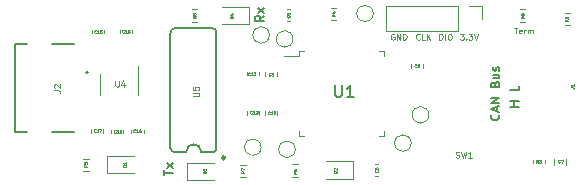
<source format=gbr>
%TF.GenerationSoftware,KiCad,Pcbnew,(5.1.8-0-10_14)*%
%TF.CreationDate,2021-04-16T18:19:52+02:00*%
%TF.ProjectId,SimpleCANAdapter,53696d70-6c65-4434-914e-416461707465,rev?*%
%TF.SameCoordinates,Original*%
%TF.FileFunction,Legend,Top*%
%TF.FilePolarity,Positive*%
%FSLAX46Y46*%
G04 Gerber Fmt 4.6, Leading zero omitted, Abs format (unit mm)*
G04 Created by KiCad (PCBNEW (5.1.8-0-10_14)) date 2021-04-16 18:19:52*
%MOMM*%
%LPD*%
G01*
G04 APERTURE LIST*
%ADD10C,0.150000*%
%ADD11C,0.100000*%
%ADD12C,0.140000*%
%ADD13C,0.120000*%
%ADD14C,0.127000*%
%ADD15C,0.200000*%
%ADD16C,0.203200*%
%ADD17C,0.254000*%
%ADD18C,0.125000*%
%ADD19C,0.062500*%
G04 APERTURE END LIST*
D10*
X107857857Y-91065714D02*
X107893571Y-91101428D01*
X107929285Y-91208571D01*
X107929285Y-91280000D01*
X107893571Y-91387142D01*
X107822142Y-91458571D01*
X107750714Y-91494285D01*
X107607857Y-91530000D01*
X107500714Y-91530000D01*
X107357857Y-91494285D01*
X107286428Y-91458571D01*
X107215000Y-91387142D01*
X107179285Y-91280000D01*
X107179285Y-91208571D01*
X107215000Y-91101428D01*
X107250714Y-91065714D01*
X107715000Y-90780000D02*
X107715000Y-90422857D01*
X107929285Y-90851428D02*
X107179285Y-90601428D01*
X107929285Y-90351428D01*
X107929285Y-90101428D02*
X107179285Y-90101428D01*
X107929285Y-89672857D01*
X107179285Y-89672857D01*
X107536428Y-88494285D02*
X107572142Y-88387142D01*
X107607857Y-88351428D01*
X107679285Y-88315714D01*
X107786428Y-88315714D01*
X107857857Y-88351428D01*
X107893571Y-88387142D01*
X107929285Y-88458571D01*
X107929285Y-88744285D01*
X107179285Y-88744285D01*
X107179285Y-88494285D01*
X107215000Y-88422857D01*
X107250714Y-88387142D01*
X107322142Y-88351428D01*
X107393571Y-88351428D01*
X107465000Y-88387142D01*
X107500714Y-88422857D01*
X107536428Y-88494285D01*
X107536428Y-88744285D01*
X107429285Y-87672857D02*
X107929285Y-87672857D01*
X107429285Y-87994285D02*
X107822142Y-87994285D01*
X107893571Y-87958571D01*
X107929285Y-87887142D01*
X107929285Y-87780000D01*
X107893571Y-87708571D01*
X107857857Y-87672857D01*
X107893571Y-87351428D02*
X107929285Y-87280000D01*
X107929285Y-87137142D01*
X107893571Y-87065714D01*
X107822142Y-87030000D01*
X107786428Y-87030000D01*
X107715000Y-87065714D01*
X107679285Y-87137142D01*
X107679285Y-87244285D01*
X107643571Y-87315714D01*
X107572142Y-87351428D01*
X107536428Y-87351428D01*
X107465000Y-87315714D01*
X107429285Y-87244285D01*
X107429285Y-87137142D01*
X107465000Y-87065714D01*
D11*
X101192380Y-84668571D02*
X101168571Y-84692380D01*
X101097142Y-84716190D01*
X101049523Y-84716190D01*
X100978095Y-84692380D01*
X100930476Y-84644761D01*
X100906666Y-84597142D01*
X100882857Y-84501904D01*
X100882857Y-84430476D01*
X100906666Y-84335238D01*
X100930476Y-84287619D01*
X100978095Y-84240000D01*
X101049523Y-84216190D01*
X101097142Y-84216190D01*
X101168571Y-84240000D01*
X101192380Y-84263809D01*
X101644761Y-84716190D02*
X101406666Y-84716190D01*
X101406666Y-84216190D01*
X101811428Y-84716190D02*
X101811428Y-84216190D01*
X102097142Y-84716190D02*
X101882857Y-84430476D01*
X102097142Y-84216190D02*
X101811428Y-84501904D01*
X102848095Y-84716190D02*
X102848095Y-84216190D01*
X102967142Y-84216190D01*
X103038571Y-84240000D01*
X103086190Y-84287619D01*
X103110000Y-84335238D01*
X103133809Y-84430476D01*
X103133809Y-84501904D01*
X103110000Y-84597142D01*
X103086190Y-84644761D01*
X103038571Y-84692380D01*
X102967142Y-84716190D01*
X102848095Y-84716190D01*
X103348095Y-84716190D02*
X103348095Y-84216190D01*
X103681428Y-84216190D02*
X103776666Y-84216190D01*
X103824285Y-84240000D01*
X103871904Y-84287619D01*
X103895714Y-84382857D01*
X103895714Y-84549523D01*
X103871904Y-84644761D01*
X103824285Y-84692380D01*
X103776666Y-84716190D01*
X103681428Y-84716190D01*
X103633809Y-84692380D01*
X103586190Y-84644761D01*
X103562380Y-84549523D01*
X103562380Y-84382857D01*
X103586190Y-84287619D01*
X103633809Y-84240000D01*
X103681428Y-84216190D01*
X109154761Y-83686190D02*
X109440476Y-83686190D01*
X109297619Y-84186190D02*
X109297619Y-83686190D01*
X109797619Y-84162380D02*
X109750000Y-84186190D01*
X109654761Y-84186190D01*
X109607142Y-84162380D01*
X109583333Y-84114761D01*
X109583333Y-83924285D01*
X109607142Y-83876666D01*
X109654761Y-83852857D01*
X109750000Y-83852857D01*
X109797619Y-83876666D01*
X109821428Y-83924285D01*
X109821428Y-83971904D01*
X109583333Y-84019523D01*
X110035714Y-84186190D02*
X110035714Y-83852857D01*
X110035714Y-83948095D02*
X110059523Y-83900476D01*
X110083333Y-83876666D01*
X110130952Y-83852857D01*
X110178571Y-83852857D01*
X110345238Y-84186190D02*
X110345238Y-83852857D01*
X110345238Y-83900476D02*
X110369047Y-83876666D01*
X110416666Y-83852857D01*
X110488095Y-83852857D01*
X110535714Y-83876666D01*
X110559523Y-83924285D01*
X110559523Y-84186190D01*
X110559523Y-83924285D02*
X110583333Y-83876666D01*
X110630952Y-83852857D01*
X110702380Y-83852857D01*
X110750000Y-83876666D01*
X110773809Y-83924285D01*
X110773809Y-84186190D01*
D10*
X109579285Y-90374285D02*
X108829285Y-90374285D01*
X109186428Y-90374285D02*
X109186428Y-89945714D01*
X109579285Y-89945714D02*
X108829285Y-89945714D01*
D12*
X109569285Y-88597857D02*
X109569285Y-88955000D01*
X108819285Y-88955000D01*
D10*
X88009285Y-82671428D02*
X87652142Y-82921428D01*
X88009285Y-83100000D02*
X87259285Y-83100000D01*
X87259285Y-82814285D01*
X87295000Y-82742857D01*
X87330714Y-82707142D01*
X87402142Y-82671428D01*
X87509285Y-82671428D01*
X87580714Y-82707142D01*
X87616428Y-82742857D01*
X87652142Y-82814285D01*
X87652142Y-83100000D01*
X88009285Y-82421428D02*
X87509285Y-82028571D01*
X87509285Y-82421428D02*
X88009285Y-82028571D01*
X79519285Y-96177857D02*
X79519285Y-95749285D01*
X80269285Y-95963571D02*
X79519285Y-95963571D01*
X80269285Y-95570714D02*
X79769285Y-95177857D01*
X79769285Y-95570714D02*
X80269285Y-95177857D01*
D11*
X104611904Y-84216190D02*
X104921428Y-84216190D01*
X104754761Y-84406666D01*
X104826190Y-84406666D01*
X104873809Y-84430476D01*
X104897619Y-84454285D01*
X104921428Y-84501904D01*
X104921428Y-84620952D01*
X104897619Y-84668571D01*
X104873809Y-84692380D01*
X104826190Y-84716190D01*
X104683333Y-84716190D01*
X104635714Y-84692380D01*
X104611904Y-84668571D01*
X105135714Y-84668571D02*
X105159523Y-84692380D01*
X105135714Y-84716190D01*
X105111904Y-84692380D01*
X105135714Y-84668571D01*
X105135714Y-84716190D01*
X105326190Y-84216190D02*
X105635714Y-84216190D01*
X105469047Y-84406666D01*
X105540476Y-84406666D01*
X105588095Y-84430476D01*
X105611904Y-84454285D01*
X105635714Y-84501904D01*
X105635714Y-84620952D01*
X105611904Y-84668571D01*
X105588095Y-84692380D01*
X105540476Y-84716190D01*
X105397619Y-84716190D01*
X105350000Y-84692380D01*
X105326190Y-84668571D01*
X105778571Y-84216190D02*
X105945238Y-84716190D01*
X106111904Y-84216190D01*
X99029047Y-84240000D02*
X98981428Y-84216190D01*
X98910000Y-84216190D01*
X98838571Y-84240000D01*
X98790952Y-84287619D01*
X98767142Y-84335238D01*
X98743333Y-84430476D01*
X98743333Y-84501904D01*
X98767142Y-84597142D01*
X98790952Y-84644761D01*
X98838571Y-84692380D01*
X98910000Y-84716190D01*
X98957619Y-84716190D01*
X99029047Y-84692380D01*
X99052857Y-84668571D01*
X99052857Y-84501904D01*
X98957619Y-84501904D01*
X99267142Y-84716190D02*
X99267142Y-84216190D01*
X99552857Y-84716190D01*
X99552857Y-84216190D01*
X99790952Y-84716190D02*
X99790952Y-84216190D01*
X99910000Y-84216190D01*
X99981428Y-84240000D01*
X100029047Y-84287619D01*
X100052857Y-84335238D01*
X100076666Y-84430476D01*
X100076666Y-84501904D01*
X100052857Y-84597142D01*
X100029047Y-84644761D01*
X99981428Y-84692380D01*
X99910000Y-84716190D01*
X99790952Y-84716190D01*
D13*
%TO.C,TP8*%
X88460000Y-84320000D02*
G75*
G03*
X88460000Y-84320000I-700000J0D01*
G01*
%TO.C,TP3*%
X90450000Y-84650000D02*
G75*
G03*
X90450000Y-84650000I-700000J0D01*
G01*
%TO.C,TP2*%
X90650000Y-94000000D02*
G75*
G03*
X90650000Y-94000000I-700000J0D01*
G01*
D14*
%TO.C,J2*%
X70050000Y-85050000D02*
X71900000Y-85050000D01*
X71900000Y-92550000D02*
X70050000Y-92550000D01*
D15*
X73100000Y-87500000D02*
G75*
G03*
X73100000Y-87500000I-100000J0D01*
G01*
D14*
X67950000Y-92550000D02*
X66900000Y-92550000D01*
X66900000Y-92550000D02*
X66900000Y-85050000D01*
X66900000Y-85050000D02*
X67950000Y-85050000D01*
D16*
%TO.C,U5*%
X80083700Y-84123200D02*
X80083700Y-93876800D01*
X83976300Y-93876800D02*
X83976300Y-84023200D01*
X83595300Y-83742200D02*
X80464700Y-83742200D01*
X80577400Y-94257800D02*
X81420400Y-94257800D01*
X83695300Y-94257800D02*
X82690400Y-94257800D01*
D17*
X84697000Y-94715000D02*
G75*
G03*
X84697000Y-94715000I-127000J0D01*
G01*
D16*
X81420400Y-94207000D02*
G75*
G02*
X82690400Y-94207000I635000J0D01*
G01*
X83695300Y-94257800D02*
G75*
G03*
X83976300Y-93876800I-50000J331000D01*
G01*
X80083700Y-84123200D02*
G75*
G02*
X80464700Y-83742200I380900J100D01*
G01*
X80564700Y-94257801D02*
G75*
G02*
X80083700Y-93876800I-50079J430901D01*
G01*
X83976300Y-84023200D02*
G75*
G03*
X83595300Y-83742200I-331000J-50000D01*
G01*
D13*
%TO.C,D1*%
X74677500Y-96035000D02*
X76962500Y-96035000D01*
X74677500Y-94565000D02*
X74677500Y-96035000D01*
X76962500Y-94565000D02*
X74677500Y-94565000D01*
%TO.C,D2*%
X93237500Y-96497000D02*
X95522500Y-96497000D01*
X95522500Y-96497000D02*
X95522500Y-95027000D01*
X95522500Y-95027000D02*
X93237500Y-95027000D01*
%TO.C,R2*%
X113472742Y-82427500D02*
X113947258Y-82427500D01*
X113472742Y-83472500D02*
X113947258Y-83472500D01*
%TO.C,R3*%
X113572500Y-95287258D02*
X113572500Y-94812742D01*
X112527500Y-95287258D02*
X112527500Y-94812742D01*
%TO.C,R4*%
X93663742Y-82013500D02*
X94138258Y-82013500D01*
X93663742Y-83058500D02*
X94138258Y-83058500D01*
%TO.C,R5*%
X73162258Y-95862500D02*
X72687742Y-95862500D01*
X73162258Y-94817500D02*
X72687742Y-94817500D01*
%TO.C,R6*%
X90887258Y-95277500D02*
X90412742Y-95277500D01*
X90887258Y-96322500D02*
X90412742Y-96322500D01*
%TO.C,U4*%
X74090000Y-87600000D02*
X74090000Y-89400000D01*
X77310000Y-89400000D02*
X77310000Y-86950000D01*
%TO.C,C7*%
X111760000Y-94884420D02*
X111760000Y-95165580D01*
X110740000Y-94884420D02*
X110740000Y-95165580D01*
%TO.C,C15*%
X74460000Y-83884420D02*
X74460000Y-84165580D01*
X73440000Y-83884420D02*
X73440000Y-84165580D01*
%TO.C,C16*%
X77800000Y-92605580D02*
X77800000Y-92324420D01*
X76780000Y-92605580D02*
X76780000Y-92324420D01*
%TO.C,C17*%
X73380000Y-92580580D02*
X73380000Y-92299420D01*
X74400000Y-92580580D02*
X74400000Y-92299420D01*
%TO.C,C18*%
X76860000Y-83859420D02*
X76860000Y-84140580D01*
X75840000Y-83859420D02*
X75840000Y-84140580D01*
%TO.C,C19*%
X76100000Y-92605580D02*
X76100000Y-92324420D01*
X75080000Y-92605580D02*
X75080000Y-92324420D01*
%TO.C,TP1*%
X97250000Y-82500000D02*
G75*
G03*
X97250000Y-82500000I-700000J0D01*
G01*
%TO.C,TP4*%
X101960000Y-91080000D02*
G75*
G03*
X101960000Y-91080000I-700000J0D01*
G01*
%TO.C,D3*%
X81475000Y-96585000D02*
X83760000Y-96585000D01*
X81475000Y-95115000D02*
X81475000Y-96585000D01*
X83760000Y-95115000D02*
X81475000Y-95115000D01*
%TO.C,D4*%
X84472500Y-83385000D02*
X86757500Y-83385000D01*
X86757500Y-83385000D02*
X86757500Y-81915000D01*
X86757500Y-81915000D02*
X84472500Y-81915000D01*
%TO.C,R7*%
X86002742Y-95327500D02*
X86477258Y-95327500D01*
X86002742Y-96372500D02*
X86477258Y-96372500D01*
%TO.C,R8*%
X82347258Y-82137500D02*
X81872742Y-82137500D01*
X82347258Y-83182500D02*
X81872742Y-83182500D01*
%TO.C,C2*%
X101480000Y-86814420D02*
X101480000Y-87095580D01*
X100460000Y-86814420D02*
X100460000Y-87095580D01*
%TO.C,C3*%
X88080000Y-87469420D02*
X88080000Y-87750580D01*
X89100000Y-87469420D02*
X89100000Y-87750580D01*
%TO.C,C6*%
X97670580Y-95230000D02*
X97389420Y-95230000D01*
X97670580Y-96250000D02*
X97389420Y-96250000D01*
%TO.C,C8*%
X89929420Y-83140000D02*
X90210580Y-83140000D01*
X89929420Y-82120000D02*
X90210580Y-82120000D01*
%TO.C,C10*%
X88110000Y-91070580D02*
X88110000Y-90789420D01*
X89130000Y-91070580D02*
X89130000Y-90789420D01*
%TO.C,U1*%
X97740000Y-92870000D02*
X98190000Y-92870000D01*
X98190000Y-92870000D02*
X98190000Y-92420000D01*
X91420000Y-92870000D02*
X90970000Y-92870000D01*
X90970000Y-92870000D02*
X90970000Y-92420000D01*
X97740000Y-85650000D02*
X98190000Y-85650000D01*
X98190000Y-85650000D02*
X98190000Y-86100000D01*
X91420000Y-85650000D02*
X90970000Y-85650000D01*
X90970000Y-85650000D02*
X90970000Y-86100000D01*
X90970000Y-86100000D02*
X89680000Y-86100000D01*
%TO.C,C12*%
X87560000Y-87459420D02*
X87560000Y-87740580D01*
X86540000Y-87459420D02*
X86540000Y-87740580D01*
%TO.C,C13*%
X87590000Y-91070580D02*
X87590000Y-90789420D01*
X86570000Y-91070580D02*
X86570000Y-90789420D01*
%TO.C,TP5*%
X100460000Y-93470000D02*
G75*
G03*
X100460000Y-93470000I-700000J0D01*
G01*
%TO.C,J3*%
X98330000Y-81900000D02*
X98330000Y-84020000D01*
X104390000Y-81900000D02*
X98330000Y-81900000D01*
X104390000Y-84020000D02*
X98330000Y-84020000D01*
X104390000Y-81900000D02*
X104390000Y-84020000D01*
X105390000Y-81900000D02*
X106450000Y-81900000D01*
X106450000Y-81900000D02*
X106450000Y-82960000D01*
%TO.C,R9*%
X110137258Y-82137500D02*
X109662742Y-82137500D01*
X110137258Y-83182500D02*
X109662742Y-83182500D01*
%TO.C,TP9*%
X87760000Y-93820000D02*
G75*
G03*
X87760000Y-93820000I-700000J0D01*
G01*
%TO.C,J2*%
D18*
X70236190Y-88996666D02*
X70593333Y-88996666D01*
X70664761Y-89020476D01*
X70712380Y-89068095D01*
X70736190Y-89139523D01*
X70736190Y-89187142D01*
X70283809Y-88782380D02*
X70260000Y-88758571D01*
X70236190Y-88710952D01*
X70236190Y-88591904D01*
X70260000Y-88544285D01*
X70283809Y-88520476D01*
X70331428Y-88496666D01*
X70379047Y-88496666D01*
X70450476Y-88520476D01*
X70736190Y-88806190D01*
X70736190Y-88496666D01*
%TO.C,U5*%
X81986190Y-89500952D02*
X82390952Y-89500952D01*
X82438571Y-89477142D01*
X82462380Y-89453333D01*
X82486190Y-89405714D01*
X82486190Y-89310476D01*
X82462380Y-89262857D01*
X82438571Y-89239047D01*
X82390952Y-89215238D01*
X81986190Y-89215238D01*
X81986190Y-88739047D02*
X81986190Y-88977142D01*
X82224285Y-89000952D01*
X82200476Y-88977142D01*
X82176666Y-88929523D01*
X82176666Y-88810476D01*
X82200476Y-88762857D01*
X82224285Y-88739047D01*
X82271904Y-88715238D01*
X82390952Y-88715238D01*
X82438571Y-88739047D01*
X82462380Y-88762857D01*
X82486190Y-88810476D01*
X82486190Y-88929523D01*
X82462380Y-88977142D01*
X82438571Y-89000952D01*
%TO.C,D1*%
D19*
X76293095Y-95454523D02*
X76043095Y-95454523D01*
X76043095Y-95395000D01*
X76055000Y-95359285D01*
X76078809Y-95335476D01*
X76102619Y-95323571D01*
X76150238Y-95311666D01*
X76185952Y-95311666D01*
X76233571Y-95323571D01*
X76257380Y-95335476D01*
X76281190Y-95359285D01*
X76293095Y-95395000D01*
X76293095Y-95454523D01*
X76293095Y-95073571D02*
X76293095Y-95216428D01*
X76293095Y-95145000D02*
X76043095Y-95145000D01*
X76078809Y-95168809D01*
X76102619Y-95192619D01*
X76114523Y-95216428D01*
%TO.C,D2*%
X94140595Y-95986523D02*
X93890595Y-95986523D01*
X93890595Y-95927000D01*
X93902500Y-95891285D01*
X93926309Y-95867476D01*
X93950119Y-95855571D01*
X93997738Y-95843666D01*
X94033452Y-95843666D01*
X94081071Y-95855571D01*
X94104880Y-95867476D01*
X94128690Y-95891285D01*
X94140595Y-95927000D01*
X94140595Y-95986523D01*
X93914404Y-95748428D02*
X93902500Y-95736523D01*
X93890595Y-95712714D01*
X93890595Y-95653190D01*
X93902500Y-95629380D01*
X93914404Y-95617476D01*
X93938214Y-95605571D01*
X93962023Y-95605571D01*
X93997738Y-95617476D01*
X94140595Y-95760333D01*
X94140595Y-95605571D01*
%TO.C,J1*%
X113983095Y-88753333D02*
X114161666Y-88753333D01*
X114197380Y-88765238D01*
X114221190Y-88789047D01*
X114233095Y-88824761D01*
X114233095Y-88848571D01*
X114233095Y-88503333D02*
X114233095Y-88646190D01*
X114233095Y-88574761D02*
X113983095Y-88574761D01*
X114018809Y-88598571D01*
X114042619Y-88622380D01*
X114054523Y-88646190D01*
%TO.C,R2*%
X113773095Y-83011666D02*
X113654047Y-83095000D01*
X113773095Y-83154523D02*
X113523095Y-83154523D01*
X113523095Y-83059285D01*
X113535000Y-83035476D01*
X113546904Y-83023571D01*
X113570714Y-83011666D01*
X113606428Y-83011666D01*
X113630238Y-83023571D01*
X113642142Y-83035476D01*
X113654047Y-83059285D01*
X113654047Y-83154523D01*
X113546904Y-82916428D02*
X113535000Y-82904523D01*
X113523095Y-82880714D01*
X113523095Y-82821190D01*
X113535000Y-82797380D01*
X113546904Y-82785476D01*
X113570714Y-82773571D01*
X113594523Y-82773571D01*
X113630238Y-82785476D01*
X113773095Y-82928333D01*
X113773095Y-82773571D01*
%TO.C,R3*%
X111198333Y-95133095D02*
X111115000Y-95014047D01*
X111055476Y-95133095D02*
X111055476Y-94883095D01*
X111150714Y-94883095D01*
X111174523Y-94895000D01*
X111186428Y-94906904D01*
X111198333Y-94930714D01*
X111198333Y-94966428D01*
X111186428Y-94990238D01*
X111174523Y-95002142D01*
X111150714Y-95014047D01*
X111055476Y-95014047D01*
X111281666Y-94883095D02*
X111436428Y-94883095D01*
X111353095Y-94978333D01*
X111388809Y-94978333D01*
X111412619Y-94990238D01*
X111424523Y-95002142D01*
X111436428Y-95025952D01*
X111436428Y-95085476D01*
X111424523Y-95109285D01*
X111412619Y-95121190D01*
X111388809Y-95133095D01*
X111317380Y-95133095D01*
X111293571Y-95121190D01*
X111281666Y-95109285D01*
%TO.C,R4*%
X94043095Y-82571666D02*
X93924047Y-82655000D01*
X94043095Y-82714523D02*
X93793095Y-82714523D01*
X93793095Y-82619285D01*
X93805000Y-82595476D01*
X93816904Y-82583571D01*
X93840714Y-82571666D01*
X93876428Y-82571666D01*
X93900238Y-82583571D01*
X93912142Y-82595476D01*
X93924047Y-82619285D01*
X93924047Y-82714523D01*
X93876428Y-82357380D02*
X94043095Y-82357380D01*
X93781190Y-82416904D02*
X93959761Y-82476428D01*
X93959761Y-82321666D01*
%TO.C,R5*%
X73013095Y-95331666D02*
X72894047Y-95415000D01*
X73013095Y-95474523D02*
X72763095Y-95474523D01*
X72763095Y-95379285D01*
X72775000Y-95355476D01*
X72786904Y-95343571D01*
X72810714Y-95331666D01*
X72846428Y-95331666D01*
X72870238Y-95343571D01*
X72882142Y-95355476D01*
X72894047Y-95379285D01*
X72894047Y-95474523D01*
X72763095Y-95105476D02*
X72763095Y-95224523D01*
X72882142Y-95236428D01*
X72870238Y-95224523D01*
X72858333Y-95200714D01*
X72858333Y-95141190D01*
X72870238Y-95117380D01*
X72882142Y-95105476D01*
X72905952Y-95093571D01*
X72965476Y-95093571D01*
X72989285Y-95105476D01*
X73001190Y-95117380D01*
X73013095Y-95141190D01*
X73013095Y-95200714D01*
X73001190Y-95224523D01*
X72989285Y-95236428D01*
%TO.C,R6*%
X90753095Y-95941666D02*
X90634047Y-96025000D01*
X90753095Y-96084523D02*
X90503095Y-96084523D01*
X90503095Y-95989285D01*
X90515000Y-95965476D01*
X90526904Y-95953571D01*
X90550714Y-95941666D01*
X90586428Y-95941666D01*
X90610238Y-95953571D01*
X90622142Y-95965476D01*
X90634047Y-95989285D01*
X90634047Y-96084523D01*
X90503095Y-95727380D02*
X90503095Y-95775000D01*
X90515000Y-95798809D01*
X90526904Y-95810714D01*
X90562619Y-95834523D01*
X90610238Y-95846428D01*
X90705476Y-95846428D01*
X90729285Y-95834523D01*
X90741190Y-95822619D01*
X90753095Y-95798809D01*
X90753095Y-95751190D01*
X90741190Y-95727380D01*
X90729285Y-95715476D01*
X90705476Y-95703571D01*
X90645952Y-95703571D01*
X90622142Y-95715476D01*
X90610238Y-95727380D01*
X90598333Y-95751190D01*
X90598333Y-95798809D01*
X90610238Y-95822619D01*
X90622142Y-95834523D01*
X90645952Y-95846428D01*
%TO.C,U4*%
D18*
X75429047Y-88186190D02*
X75429047Y-88590952D01*
X75452857Y-88638571D01*
X75476666Y-88662380D01*
X75524285Y-88686190D01*
X75619523Y-88686190D01*
X75667142Y-88662380D01*
X75690952Y-88638571D01*
X75714761Y-88590952D01*
X75714761Y-88186190D01*
X76167142Y-88352857D02*
X76167142Y-88686190D01*
X76048095Y-88162380D02*
X75929047Y-88519523D01*
X76238571Y-88519523D01*
%TO.C,C7*%
D19*
X113048333Y-95099285D02*
X113036428Y-95111190D01*
X113000714Y-95123095D01*
X112976904Y-95123095D01*
X112941190Y-95111190D01*
X112917380Y-95087380D01*
X112905476Y-95063571D01*
X112893571Y-95015952D01*
X112893571Y-94980238D01*
X112905476Y-94932619D01*
X112917380Y-94908809D01*
X112941190Y-94885000D01*
X112976904Y-94873095D01*
X113000714Y-94873095D01*
X113036428Y-94885000D01*
X113048333Y-94896904D01*
X113131666Y-94873095D02*
X113298333Y-94873095D01*
X113191190Y-95123095D01*
%TO.C,C15*%
X73789285Y-84129285D02*
X73777380Y-84141190D01*
X73741666Y-84153095D01*
X73717857Y-84153095D01*
X73682142Y-84141190D01*
X73658333Y-84117380D01*
X73646428Y-84093571D01*
X73634523Y-84045952D01*
X73634523Y-84010238D01*
X73646428Y-83962619D01*
X73658333Y-83938809D01*
X73682142Y-83915000D01*
X73717857Y-83903095D01*
X73741666Y-83903095D01*
X73777380Y-83915000D01*
X73789285Y-83926904D01*
X74027380Y-84153095D02*
X73884523Y-84153095D01*
X73955952Y-84153095D02*
X73955952Y-83903095D01*
X73932142Y-83938809D01*
X73908333Y-83962619D01*
X73884523Y-83974523D01*
X74253571Y-83903095D02*
X74134523Y-83903095D01*
X74122619Y-84022142D01*
X74134523Y-84010238D01*
X74158333Y-83998333D01*
X74217857Y-83998333D01*
X74241666Y-84010238D01*
X74253571Y-84022142D01*
X74265476Y-84045952D01*
X74265476Y-84105476D01*
X74253571Y-84129285D01*
X74241666Y-84141190D01*
X74217857Y-84153095D01*
X74158333Y-84153095D01*
X74134523Y-84141190D01*
X74122619Y-84129285D01*
%TO.C,C16*%
X77089285Y-92539285D02*
X77077380Y-92551190D01*
X77041666Y-92563095D01*
X77017857Y-92563095D01*
X76982142Y-92551190D01*
X76958333Y-92527380D01*
X76946428Y-92503571D01*
X76934523Y-92455952D01*
X76934523Y-92420238D01*
X76946428Y-92372619D01*
X76958333Y-92348809D01*
X76982142Y-92325000D01*
X77017857Y-92313095D01*
X77041666Y-92313095D01*
X77077380Y-92325000D01*
X77089285Y-92336904D01*
X77327380Y-92563095D02*
X77184523Y-92563095D01*
X77255952Y-92563095D02*
X77255952Y-92313095D01*
X77232142Y-92348809D01*
X77208333Y-92372619D01*
X77184523Y-92384523D01*
X77541666Y-92313095D02*
X77494047Y-92313095D01*
X77470238Y-92325000D01*
X77458333Y-92336904D01*
X77434523Y-92372619D01*
X77422619Y-92420238D01*
X77422619Y-92515476D01*
X77434523Y-92539285D01*
X77446428Y-92551190D01*
X77470238Y-92563095D01*
X77517857Y-92563095D01*
X77541666Y-92551190D01*
X77553571Y-92539285D01*
X77565476Y-92515476D01*
X77565476Y-92455952D01*
X77553571Y-92432142D01*
X77541666Y-92420238D01*
X77517857Y-92408333D01*
X77470238Y-92408333D01*
X77446428Y-92420238D01*
X77434523Y-92432142D01*
X77422619Y-92455952D01*
%TO.C,C17*%
X73739285Y-92519285D02*
X73727380Y-92531190D01*
X73691666Y-92543095D01*
X73667857Y-92543095D01*
X73632142Y-92531190D01*
X73608333Y-92507380D01*
X73596428Y-92483571D01*
X73584523Y-92435952D01*
X73584523Y-92400238D01*
X73596428Y-92352619D01*
X73608333Y-92328809D01*
X73632142Y-92305000D01*
X73667857Y-92293095D01*
X73691666Y-92293095D01*
X73727380Y-92305000D01*
X73739285Y-92316904D01*
X73977380Y-92543095D02*
X73834523Y-92543095D01*
X73905952Y-92543095D02*
X73905952Y-92293095D01*
X73882142Y-92328809D01*
X73858333Y-92352619D01*
X73834523Y-92364523D01*
X74060714Y-92293095D02*
X74227380Y-92293095D01*
X74120238Y-92543095D01*
%TO.C,C18*%
X76139285Y-84099285D02*
X76127380Y-84111190D01*
X76091666Y-84123095D01*
X76067857Y-84123095D01*
X76032142Y-84111190D01*
X76008333Y-84087380D01*
X75996428Y-84063571D01*
X75984523Y-84015952D01*
X75984523Y-83980238D01*
X75996428Y-83932619D01*
X76008333Y-83908809D01*
X76032142Y-83885000D01*
X76067857Y-83873095D01*
X76091666Y-83873095D01*
X76127380Y-83885000D01*
X76139285Y-83896904D01*
X76377380Y-84123095D02*
X76234523Y-84123095D01*
X76305952Y-84123095D02*
X76305952Y-83873095D01*
X76282142Y-83908809D01*
X76258333Y-83932619D01*
X76234523Y-83944523D01*
X76520238Y-83980238D02*
X76496428Y-83968333D01*
X76484523Y-83956428D01*
X76472619Y-83932619D01*
X76472619Y-83920714D01*
X76484523Y-83896904D01*
X76496428Y-83885000D01*
X76520238Y-83873095D01*
X76567857Y-83873095D01*
X76591666Y-83885000D01*
X76603571Y-83896904D01*
X76615476Y-83920714D01*
X76615476Y-83932619D01*
X76603571Y-83956428D01*
X76591666Y-83968333D01*
X76567857Y-83980238D01*
X76520238Y-83980238D01*
X76496428Y-83992142D01*
X76484523Y-84004047D01*
X76472619Y-84027857D01*
X76472619Y-84075476D01*
X76484523Y-84099285D01*
X76496428Y-84111190D01*
X76520238Y-84123095D01*
X76567857Y-84123095D01*
X76591666Y-84111190D01*
X76603571Y-84099285D01*
X76615476Y-84075476D01*
X76615476Y-84027857D01*
X76603571Y-84004047D01*
X76591666Y-83992142D01*
X76567857Y-83980238D01*
%TO.C,C19*%
X75449285Y-92569285D02*
X75437380Y-92581190D01*
X75401666Y-92593095D01*
X75377857Y-92593095D01*
X75342142Y-92581190D01*
X75318333Y-92557380D01*
X75306428Y-92533571D01*
X75294523Y-92485952D01*
X75294523Y-92450238D01*
X75306428Y-92402619D01*
X75318333Y-92378809D01*
X75342142Y-92355000D01*
X75377857Y-92343095D01*
X75401666Y-92343095D01*
X75437380Y-92355000D01*
X75449285Y-92366904D01*
X75687380Y-92593095D02*
X75544523Y-92593095D01*
X75615952Y-92593095D02*
X75615952Y-92343095D01*
X75592142Y-92378809D01*
X75568333Y-92402619D01*
X75544523Y-92414523D01*
X75806428Y-92593095D02*
X75854047Y-92593095D01*
X75877857Y-92581190D01*
X75889761Y-92569285D01*
X75913571Y-92533571D01*
X75925476Y-92485952D01*
X75925476Y-92390714D01*
X75913571Y-92366904D01*
X75901666Y-92355000D01*
X75877857Y-92343095D01*
X75830238Y-92343095D01*
X75806428Y-92355000D01*
X75794523Y-92366904D01*
X75782619Y-92390714D01*
X75782619Y-92450238D01*
X75794523Y-92474047D01*
X75806428Y-92485952D01*
X75830238Y-92497857D01*
X75877857Y-92497857D01*
X75901666Y-92485952D01*
X75913571Y-92474047D01*
X75925476Y-92450238D01*
%TO.C,D3*%
X83073095Y-96014522D02*
X82823095Y-96014522D01*
X82823095Y-95954999D01*
X82835000Y-95919284D01*
X82858809Y-95895475D01*
X82882619Y-95883570D01*
X82930238Y-95871665D01*
X82965952Y-95871665D01*
X83013571Y-95883570D01*
X83037380Y-95895475D01*
X83061190Y-95919284D01*
X83073095Y-95954999D01*
X83073095Y-96014522D01*
X82823095Y-95788332D02*
X82823095Y-95633570D01*
X82918333Y-95716903D01*
X82918333Y-95681189D01*
X82930238Y-95657379D01*
X82942142Y-95645475D01*
X82965952Y-95633570D01*
X83025476Y-95633570D01*
X83049285Y-95645475D01*
X83061190Y-95657379D01*
X83073095Y-95681189D01*
X83073095Y-95752618D01*
X83061190Y-95776427D01*
X83049285Y-95788332D01*
%TO.C,D4*%
X85373095Y-82884523D02*
X85123095Y-82884523D01*
X85123095Y-82825000D01*
X85135000Y-82789285D01*
X85158809Y-82765476D01*
X85182619Y-82753571D01*
X85230238Y-82741666D01*
X85265952Y-82741666D01*
X85313571Y-82753571D01*
X85337380Y-82765476D01*
X85361190Y-82789285D01*
X85373095Y-82825000D01*
X85373095Y-82884523D01*
X85206428Y-82527380D02*
X85373095Y-82527380D01*
X85111190Y-82586904D02*
X85289761Y-82646428D01*
X85289761Y-82491666D01*
%TO.C,R7*%
X86343095Y-95841665D02*
X86224047Y-95924999D01*
X86343095Y-95984522D02*
X86093095Y-95984522D01*
X86093095Y-95889284D01*
X86105000Y-95865475D01*
X86116904Y-95853570D01*
X86140714Y-95841665D01*
X86176428Y-95841665D01*
X86200238Y-95853570D01*
X86212142Y-95865475D01*
X86224047Y-95889284D01*
X86224047Y-95984522D01*
X86093095Y-95758332D02*
X86093095Y-95591665D01*
X86343095Y-95698808D01*
%TO.C,R8*%
X82203095Y-82711666D02*
X82084047Y-82795000D01*
X82203095Y-82854523D02*
X81953095Y-82854523D01*
X81953095Y-82759285D01*
X81965000Y-82735476D01*
X81976904Y-82723571D01*
X82000714Y-82711666D01*
X82036428Y-82711666D01*
X82060238Y-82723571D01*
X82072142Y-82735476D01*
X82084047Y-82759285D01*
X82084047Y-82854523D01*
X82060238Y-82568809D02*
X82048333Y-82592619D01*
X82036428Y-82604523D01*
X82012619Y-82616428D01*
X82000714Y-82616428D01*
X81976904Y-82604523D01*
X81965000Y-82592619D01*
X81953095Y-82568809D01*
X81953095Y-82521190D01*
X81965000Y-82497380D01*
X81976904Y-82485476D01*
X82000714Y-82473571D01*
X82012619Y-82473571D01*
X82036428Y-82485476D01*
X82048333Y-82497380D01*
X82060238Y-82521190D01*
X82060238Y-82568809D01*
X82072142Y-82592619D01*
X82084047Y-82604523D01*
X82107857Y-82616428D01*
X82155476Y-82616428D01*
X82179285Y-82604523D01*
X82191190Y-82592619D01*
X82203095Y-82568809D01*
X82203095Y-82521190D01*
X82191190Y-82497380D01*
X82179285Y-82485476D01*
X82155476Y-82473571D01*
X82107857Y-82473571D01*
X82084047Y-82485476D01*
X82072142Y-82497380D01*
X82060238Y-82521190D01*
%TO.C,C2*%
X100898333Y-87039285D02*
X100886428Y-87051190D01*
X100850714Y-87063095D01*
X100826904Y-87063095D01*
X100791190Y-87051190D01*
X100767380Y-87027380D01*
X100755476Y-87003571D01*
X100743571Y-86955952D01*
X100743571Y-86920238D01*
X100755476Y-86872619D01*
X100767380Y-86848809D01*
X100791190Y-86825000D01*
X100826904Y-86813095D01*
X100850714Y-86813095D01*
X100886428Y-86825000D01*
X100898333Y-86836904D01*
X100993571Y-86836904D02*
X101005476Y-86825000D01*
X101029285Y-86813095D01*
X101088809Y-86813095D01*
X101112619Y-86825000D01*
X101124523Y-86836904D01*
X101136428Y-86860714D01*
X101136428Y-86884523D01*
X101124523Y-86920238D01*
X100981666Y-87063095D01*
X101136428Y-87063095D01*
%TO.C,C3*%
X88538333Y-87729285D02*
X88526428Y-87741190D01*
X88490714Y-87753095D01*
X88466904Y-87753095D01*
X88431190Y-87741190D01*
X88407380Y-87717380D01*
X88395476Y-87693571D01*
X88383571Y-87645952D01*
X88383571Y-87610238D01*
X88395476Y-87562619D01*
X88407380Y-87538809D01*
X88431190Y-87515000D01*
X88466904Y-87503095D01*
X88490714Y-87503095D01*
X88526428Y-87515000D01*
X88538333Y-87526904D01*
X88621666Y-87503095D02*
X88776428Y-87503095D01*
X88693095Y-87598333D01*
X88728809Y-87598333D01*
X88752619Y-87610238D01*
X88764523Y-87622142D01*
X88776428Y-87645952D01*
X88776428Y-87705476D01*
X88764523Y-87729285D01*
X88752619Y-87741190D01*
X88728809Y-87753095D01*
X88657380Y-87753095D01*
X88633571Y-87741190D01*
X88621666Y-87729285D01*
%TO.C,C6*%
X97619285Y-95771666D02*
X97631190Y-95783571D01*
X97643095Y-95819285D01*
X97643095Y-95843095D01*
X97631190Y-95878809D01*
X97607380Y-95902619D01*
X97583571Y-95914523D01*
X97535952Y-95926428D01*
X97500238Y-95926428D01*
X97452619Y-95914523D01*
X97428809Y-95902619D01*
X97405000Y-95878809D01*
X97393095Y-95843095D01*
X97393095Y-95819285D01*
X97405000Y-95783571D01*
X97416904Y-95771666D01*
X97393095Y-95557380D02*
X97393095Y-95605000D01*
X97405000Y-95628809D01*
X97416904Y-95640714D01*
X97452619Y-95664523D01*
X97500238Y-95676428D01*
X97595476Y-95676428D01*
X97619285Y-95664523D01*
X97631190Y-95652619D01*
X97643095Y-95628809D01*
X97643095Y-95581190D01*
X97631190Y-95557380D01*
X97619285Y-95545476D01*
X97595476Y-95533571D01*
X97535952Y-95533571D01*
X97512142Y-95545476D01*
X97500238Y-95557380D01*
X97488333Y-95581190D01*
X97488333Y-95628809D01*
X97500238Y-95652619D01*
X97512142Y-95664523D01*
X97535952Y-95676428D01*
%TO.C,C8*%
X90159285Y-82691666D02*
X90171190Y-82703571D01*
X90183095Y-82739285D01*
X90183095Y-82763095D01*
X90171190Y-82798809D01*
X90147380Y-82822619D01*
X90123571Y-82834523D01*
X90075952Y-82846428D01*
X90040238Y-82846428D01*
X89992619Y-82834523D01*
X89968809Y-82822619D01*
X89945000Y-82798809D01*
X89933095Y-82763095D01*
X89933095Y-82739285D01*
X89945000Y-82703571D01*
X89956904Y-82691666D01*
X90040238Y-82548809D02*
X90028333Y-82572619D01*
X90016428Y-82584523D01*
X89992619Y-82596428D01*
X89980714Y-82596428D01*
X89956904Y-82584523D01*
X89945000Y-82572619D01*
X89933095Y-82548809D01*
X89933095Y-82501190D01*
X89945000Y-82477380D01*
X89956904Y-82465476D01*
X89980714Y-82453571D01*
X89992619Y-82453571D01*
X90016428Y-82465476D01*
X90028333Y-82477380D01*
X90040238Y-82501190D01*
X90040238Y-82548809D01*
X90052142Y-82572619D01*
X90064047Y-82584523D01*
X90087857Y-82596428D01*
X90135476Y-82596428D01*
X90159285Y-82584523D01*
X90171190Y-82572619D01*
X90183095Y-82548809D01*
X90183095Y-82501190D01*
X90171190Y-82477380D01*
X90159285Y-82465476D01*
X90135476Y-82453571D01*
X90087857Y-82453571D01*
X90064047Y-82465476D01*
X90052142Y-82477380D01*
X90040238Y-82501190D01*
%TO.C,C10*%
X88479285Y-91019285D02*
X88467380Y-91031190D01*
X88431666Y-91043095D01*
X88407857Y-91043095D01*
X88372142Y-91031190D01*
X88348333Y-91007380D01*
X88336428Y-90983571D01*
X88324523Y-90935952D01*
X88324523Y-90900238D01*
X88336428Y-90852619D01*
X88348333Y-90828809D01*
X88372142Y-90805000D01*
X88407857Y-90793095D01*
X88431666Y-90793095D01*
X88467380Y-90805000D01*
X88479285Y-90816904D01*
X88717380Y-91043095D02*
X88574523Y-91043095D01*
X88645952Y-91043095D02*
X88645952Y-90793095D01*
X88622142Y-90828809D01*
X88598333Y-90852619D01*
X88574523Y-90864523D01*
X88872142Y-90793095D02*
X88895952Y-90793095D01*
X88919761Y-90805000D01*
X88931666Y-90816904D01*
X88943571Y-90840714D01*
X88955476Y-90888333D01*
X88955476Y-90947857D01*
X88943571Y-90995476D01*
X88931666Y-91019285D01*
X88919761Y-91031190D01*
X88895952Y-91043095D01*
X88872142Y-91043095D01*
X88848333Y-91031190D01*
X88836428Y-91019285D01*
X88824523Y-90995476D01*
X88812619Y-90947857D01*
X88812619Y-90888333D01*
X88824523Y-90840714D01*
X88836428Y-90816904D01*
X88848333Y-90805000D01*
X88872142Y-90793095D01*
%TO.C,U1*%
D10*
X94018095Y-88572380D02*
X94018095Y-89381904D01*
X94065714Y-89477142D01*
X94113333Y-89524761D01*
X94208571Y-89572380D01*
X94399047Y-89572380D01*
X94494285Y-89524761D01*
X94541904Y-89477142D01*
X94589523Y-89381904D01*
X94589523Y-88572380D01*
X95589523Y-89572380D02*
X95018095Y-89572380D01*
X95303809Y-89572380D02*
X95303809Y-88572380D01*
X95208571Y-88715238D01*
X95113333Y-88810476D01*
X95018095Y-88858095D01*
%TO.C,C12*%
D19*
X86799285Y-87719285D02*
X86787380Y-87731190D01*
X86751666Y-87743095D01*
X86727857Y-87743095D01*
X86692142Y-87731190D01*
X86668333Y-87707380D01*
X86656428Y-87683571D01*
X86644523Y-87635952D01*
X86644523Y-87600238D01*
X86656428Y-87552619D01*
X86668333Y-87528809D01*
X86692142Y-87505000D01*
X86727857Y-87493095D01*
X86751666Y-87493095D01*
X86787380Y-87505000D01*
X86799285Y-87516904D01*
X87037380Y-87743095D02*
X86894523Y-87743095D01*
X86965952Y-87743095D02*
X86965952Y-87493095D01*
X86942142Y-87528809D01*
X86918333Y-87552619D01*
X86894523Y-87564523D01*
X87132619Y-87516904D02*
X87144523Y-87505000D01*
X87168333Y-87493095D01*
X87227857Y-87493095D01*
X87251666Y-87505000D01*
X87263571Y-87516904D01*
X87275476Y-87540714D01*
X87275476Y-87564523D01*
X87263571Y-87600238D01*
X87120714Y-87743095D01*
X87275476Y-87743095D01*
%TO.C,C13*%
X86984284Y-90954286D02*
X86972379Y-90966191D01*
X86936665Y-90978096D01*
X86912856Y-90978096D01*
X86877141Y-90966191D01*
X86853332Y-90942381D01*
X86841427Y-90918572D01*
X86829522Y-90870953D01*
X86829522Y-90835239D01*
X86841427Y-90787620D01*
X86853332Y-90763810D01*
X86877141Y-90740001D01*
X86912856Y-90728096D01*
X86936665Y-90728096D01*
X86972379Y-90740001D01*
X86984284Y-90751905D01*
X87222379Y-90978096D02*
X87079522Y-90978096D01*
X87150951Y-90978096D02*
X87150951Y-90728096D01*
X87127141Y-90763810D01*
X87103332Y-90787620D01*
X87079522Y-90799524D01*
X87305713Y-90728096D02*
X87460475Y-90728096D01*
X87377141Y-90823334D01*
X87412856Y-90823334D01*
X87436665Y-90835239D01*
X87448570Y-90847143D01*
X87460475Y-90870953D01*
X87460475Y-90930477D01*
X87448570Y-90954286D01*
X87436665Y-90966191D01*
X87412856Y-90978096D01*
X87341427Y-90978096D01*
X87317618Y-90966191D01*
X87305713Y-90954286D01*
%TO.C,R9*%
X110053095Y-82731666D02*
X109934047Y-82815000D01*
X110053095Y-82874523D02*
X109803095Y-82874523D01*
X109803095Y-82779285D01*
X109815000Y-82755476D01*
X109826904Y-82743571D01*
X109850714Y-82731666D01*
X109886428Y-82731666D01*
X109910238Y-82743571D01*
X109922142Y-82755476D01*
X109934047Y-82779285D01*
X109934047Y-82874523D01*
X110053095Y-82612619D02*
X110053095Y-82565000D01*
X110041190Y-82541190D01*
X110029285Y-82529285D01*
X109993571Y-82505476D01*
X109945952Y-82493571D01*
X109850714Y-82493571D01*
X109826904Y-82505476D01*
X109815000Y-82517380D01*
X109803095Y-82541190D01*
X109803095Y-82588809D01*
X109815000Y-82612619D01*
X109826904Y-82624523D01*
X109850714Y-82636428D01*
X109910238Y-82636428D01*
X109934047Y-82624523D01*
X109945952Y-82612619D01*
X109957857Y-82588809D01*
X109957857Y-82541190D01*
X109945952Y-82517380D01*
X109934047Y-82505476D01*
X109910238Y-82493571D01*
%TO.C,SW1*%
D18*
X104243333Y-94682380D02*
X104314761Y-94706190D01*
X104433809Y-94706190D01*
X104481428Y-94682380D01*
X104505238Y-94658571D01*
X104529047Y-94610952D01*
X104529047Y-94563333D01*
X104505238Y-94515714D01*
X104481428Y-94491904D01*
X104433809Y-94468095D01*
X104338571Y-94444285D01*
X104290952Y-94420476D01*
X104267142Y-94396666D01*
X104243333Y-94349047D01*
X104243333Y-94301428D01*
X104267142Y-94253809D01*
X104290952Y-94230000D01*
X104338571Y-94206190D01*
X104457619Y-94206190D01*
X104529047Y-94230000D01*
X104695714Y-94206190D02*
X104814761Y-94706190D01*
X104910000Y-94349047D01*
X105005238Y-94706190D01*
X105124285Y-94206190D01*
X105576666Y-94706190D02*
X105290952Y-94706190D01*
X105433809Y-94706190D02*
X105433809Y-94206190D01*
X105386190Y-94277619D01*
X105338571Y-94325238D01*
X105290952Y-94349047D01*
%TD*%
M02*

</source>
